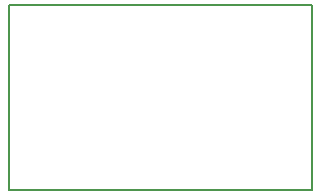
<source format=gm1>
G04 MADE WITH FRITZING*
G04 WWW.FRITZING.ORG*
G04 DOUBLE SIDED*
G04 HOLES PLATED*
G04 CONTOUR ON CENTER OF CONTOUR VECTOR*
%ASAXBY*%
%FSLAX23Y23*%
%MOIN*%
%OFA0B0*%
%SFA1.0B1.0*%
%ADD10R,1.016650X0.624071*%
%ADD11C,0.008000*%
%ADD10C,0.008*%
%LNCONTOUR*%
G90*
G70*
G54D10*
G54D11*
X4Y620D02*
X1013Y620D01*
X1013Y4D01*
X4Y4D01*
X4Y620D01*
D02*
G04 End of contour*
M02*
</source>
